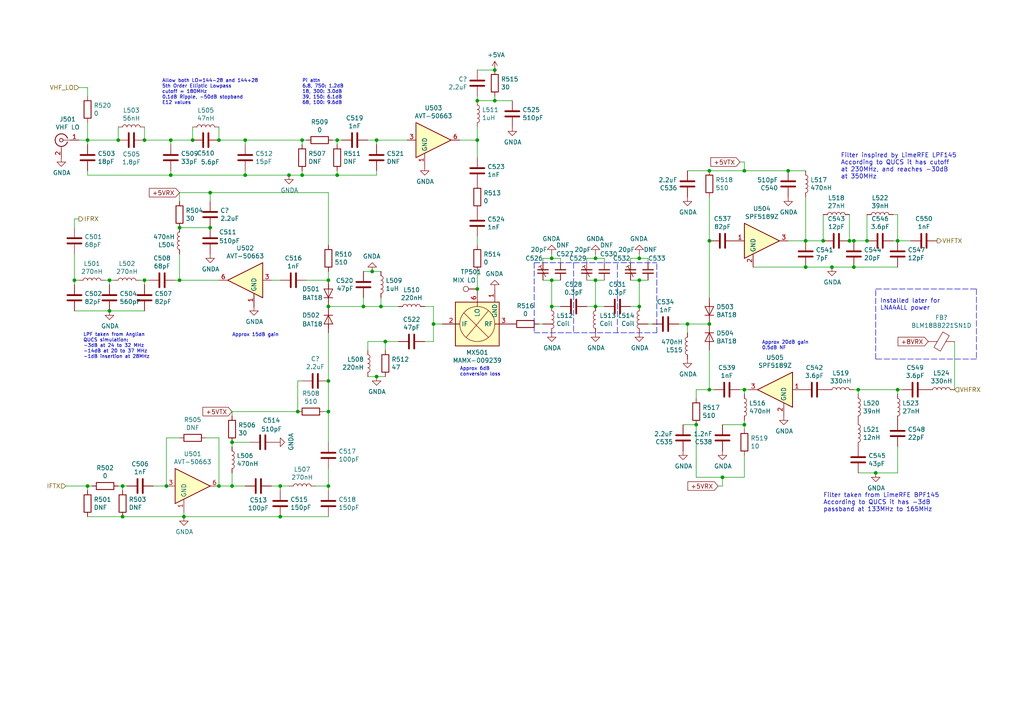
<source format=kicad_sch>
(kicad_sch (version 20211123) (generator eeschema)
  (paper "A4")
  (title_block (title "Picardy Anglian Mashup") (date "2020-03-18") (company "HB9EGM"))
  (junction (at 60.96 66.04))
  (junction (at 67.31 128.27))
  (junction (at 185.42 81.28))
  (junction (at 67.31 140.97))
  (junction (at 209.55 138.43))
  (junction (at 95.25 110.49))
  (junction (at 246.38 69.85))
  (junction (at 172.72 74.93))
  (junction (at 205.74 113.03))
  (junction (at 248.92 113.03))
  (junction (at 205.74 93.98))
  (junction (at 138.43 29.21))
  (junction (at 35.56 149.86))
  (junction (at 254 137.16))
  (junction (at 215.9 123.19))
  (junction (at 109.22 109.22))
  (junction (at 160.02 81.28))
  (junction (at 205.74 49.53))
  (junction (at 228.6 49.53))
  (junction (at 25.4 140.97))
  (junction (at 71.12 40.64))
  (junction (at 260.35 113.03))
  (junction (at 52.07 81.28))
  (junction (at 48.26 140.97))
  (junction (at 60.96 55.88))
  (junction (at 34.29 40.64))
  (junction (at 215.9 49.53))
  (junction (at 125.73 93.98))
  (junction (at 35.56 140.97))
  (junction (at 233.68 77.47))
  (junction (at 41.91 40.64))
  (junction (at 107.95 78.74))
  (junction (at 205.74 69.85))
  (junction (at 233.68 69.85))
  (junction (at 172.72 88.9))
  (junction (at 109.22 40.64))
  (junction (at 83.82 50.8))
  (junction (at 247.65 69.85))
  (junction (at 31.75 90.17))
  (junction (at 95.25 88.9))
  (junction (at 105.41 88.9))
  (junction (at 49.53 40.64))
  (junction (at 71.12 50.8))
  (junction (at 87.63 50.8))
  (junction (at 247.65 77.47))
  (junction (at 199.39 93.98))
  (junction (at 185.42 74.93))
  (junction (at 41.91 81.28))
  (junction (at 172.72 81.28))
  (junction (at 201.93 123.19))
  (junction (at 21.59 81.28))
  (junction (at 138.43 40.64))
  (junction (at 95.25 81.28))
  (junction (at 25.4 40.64))
  (junction (at 52.07 66.04))
  (junction (at 95.25 119.38))
  (junction (at 81.28 149.86))
  (junction (at 97.79 40.64))
  (junction (at 160.02 74.93))
  (junction (at 160.02 88.9))
  (junction (at 143.51 29.21))
  (junction (at 55.88 40.64))
  (junction (at 215.9 113.03))
  (junction (at 49.53 50.8))
  (junction (at 241.3 77.47))
  (junction (at 260.35 69.85))
  (junction (at 95.25 140.97))
  (junction (at 87.63 40.64))
  (junction (at 86.36 119.38))
  (junction (at 238.76 69.85))
  (junction (at 31.75 81.28))
  (junction (at 111.76 99.06))
  (junction (at 97.79 50.8))
  (junction (at 143.51 20.32))
  (junction (at 81.28 140.97))
  (junction (at 138.43 83.82))
  (junction (at 185.42 88.9))
  (junction (at 251.46 69.85))
  (junction (at 63.5 140.97))
  (junction (at 53.34 149.86))
  (junction (at 110.49 88.9))
  (junction (at 63.5 40.64))
  (wire (pts (xy 21.59 82.55) (xy 21.59 81.28)))
  (wire (pts (xy 41.91 81.28) (xy 43.18 81.28)))
  (wire (pts (xy 276.86 99.06) (xy 276.86 113.03)))
  (wire (pts (xy 198.12 123.19) (xy 201.93 123.19)))
  (wire (pts (xy 63.5 36.83) (xy 63.5 40.64)))
  (wire (pts (xy 233.68 69.85) (xy 238.76 69.85)))
  (wire (pts (xy 157.48 74.93) (xy 160.02 74.93)))
  (wire (pts (xy 95.25 55.88) (xy 95.25 71.12)))
  (wire (pts (xy 97.79 40.64) (xy 96.52 40.64)))
  (wire (pts (xy 238.76 69.85) (xy 238.76 62.23)))
  (polyline (pts (xy 190.5 96.52) (xy 190.5 76.2)))
  (wire (pts (xy 109.22 41.91) (xy 109.22 40.64)))
  (wire (pts (xy 201.93 123.19) (xy 201.93 138.43)))
  (wire (pts (xy 187.96 74.93) (xy 187.96 76.2)))
  (wire (pts (xy 25.4 140.97) (xy 19.05 140.97)))
  (wire (pts (xy 50.8 81.28) (xy 52.07 81.28)))
  (wire (pts (xy 182.88 74.93) (xy 185.42 74.93)))
  (wire (pts (xy 105.41 86.36) (xy 105.41 88.9)))
  (wire (pts (xy 175.26 74.93) (xy 175.26 76.2)))
  (wire (pts (xy 106.68 99.06) (xy 111.76 99.06)))
  (wire (pts (xy 260.35 113.03) (xy 248.92 113.03)))
  (wire (pts (xy 88.9 40.64) (xy 87.63 40.64)))
  (wire (pts (xy 185.42 73.66) (xy 185.42 74.93)))
  (wire (pts (xy 264.16 69.85) (xy 260.35 69.85)))
  (wire (pts (xy 67.31 128.27) (xy 72.39 128.27)))
  (wire (pts (xy 106.68 40.64) (xy 109.22 40.64)))
  (wire (pts (xy 110.49 88.9) (xy 115.57 88.9)))
  (wire (pts (xy 246.38 69.85) (xy 247.65 69.85)))
  (wire (pts (xy 215.9 123.19) (xy 215.9 121.92)))
  (wire (pts (xy 133.35 40.64) (xy 138.43 40.64)))
  (wire (pts (xy 97.79 49.53) (xy 97.79 50.8)))
  (wire (pts (xy 246.38 62.23) (xy 246.38 69.85)))
  (wire (pts (xy 160.02 73.66) (xy 160.02 74.93)))
  (wire (pts (xy 63.5 140.97) (xy 67.31 140.97)))
  (wire (pts (xy 201.93 113.03) (xy 205.74 113.03)))
  (wire (pts (xy 162.56 74.93) (xy 162.56 76.2)))
  (wire (pts (xy 209.55 138.43) (xy 215.9 138.43)))
  (wire (pts (xy 170.18 76.2) (xy 170.18 74.93)))
  (polyline (pts (xy 283.21 83.82) (xy 283.21 104.14)))
  (wire (pts (xy 97.79 41.91) (xy 97.79 40.64)))
  (wire (pts (xy 233.68 77.47) (xy 241.3 77.47)))
  (wire (pts (xy 71.12 50.8) (xy 49.53 50.8)))
  (wire (pts (xy 48.26 140.97) (xy 48.26 127)))
  (wire (pts (xy 78.74 81.28) (xy 81.28 81.28)))
  (wire (pts (xy 138.43 20.32) (xy 143.51 20.32)))
  (wire (pts (xy 67.31 119.38) (xy 67.31 120.65)))
  (wire (pts (xy 35.56 140.97) (xy 34.29 140.97)))
  (wire (pts (xy 109.22 40.64) (xy 118.11 40.64)))
  (wire (pts (xy 55.88 36.83) (xy 55.88 40.64)))
  (wire (pts (xy 109.22 50.8) (xy 109.22 49.53)))
  (wire (pts (xy 205.74 101.6) (xy 205.74 113.03)))
  (wire (pts (xy 87.63 110.49) (xy 86.36 110.49)))
  (wire (pts (xy 21.59 81.28) (xy 22.86 81.28)))
  (wire (pts (xy 215.9 138.43) (xy 215.9 132.08)))
  (wire (pts (xy 215.9 124.46) (xy 215.9 123.19)))
  (wire (pts (xy 59.69 127) (xy 63.5 127)))
  (polyline (pts (xy 166.37 76.2) (xy 166.37 96.52)))
  (wire (pts (xy 185.42 81.28) (xy 187.96 81.28)))
  (wire (pts (xy 248.92 113.03) (xy 247.65 113.03)))
  (wire (pts (xy 52.07 58.42) (xy 52.07 55.88)))
  (wire (pts (xy 81.28 140.97) (xy 83.82 140.97)))
  (wire (pts (xy 172.72 88.9) (xy 175.26 88.9)))
  (wire (pts (xy 205.74 57.15) (xy 205.74 69.85)))
  (wire (pts (xy 138.43 71.12) (xy 138.43 68.58)))
  (wire (pts (xy 87.63 50.8) (xy 87.63 49.53)))
  (wire (pts (xy 143.51 27.94) (xy 143.51 29.21)))
  (wire (pts (xy 35.56 149.86) (xy 25.4 149.86)))
  (wire (pts (xy 95.25 110.49) (xy 95.25 119.38)))
  (wire (pts (xy 60.96 55.88) (xy 95.25 55.88)))
  (wire (pts (xy 111.76 101.6) (xy 111.76 99.06)))
  (wire (pts (xy 83.82 50.8) (xy 71.12 50.8)))
  (wire (pts (xy 160.02 81.28) (xy 162.56 81.28)))
  (wire (pts (xy 49.53 50.8) (xy 25.4 50.8)))
  (wire (pts (xy 201.93 115.57) (xy 201.93 113.03)))
  (wire (pts (xy 55.88 40.64) (xy 49.53 40.64)))
  (wire (pts (xy 71.12 50.8) (xy 71.12 49.53)))
  (wire (pts (xy 52.07 55.88) (xy 60.96 55.88)))
  (wire (pts (xy 209.55 123.19) (xy 215.9 123.19)))
  (wire (pts (xy 208.28 140.97) (xy 209.55 140.97)))
  (wire (pts (xy 25.4 35.56) (xy 25.4 40.64)))
  (wire (pts (xy 49.53 50.8) (xy 49.53 49.53)))
  (wire (pts (xy 22.86 40.64) (xy 25.4 40.64)))
  (wire (pts (xy 170.18 81.28) (xy 172.72 81.28)))
  (wire (pts (xy 215.9 113.03) (xy 214.63 113.03)))
  (polyline (pts (xy 179.07 96.52) (xy 179.07 76.2)))
  (wire (pts (xy 260.35 114.3) (xy 260.35 113.03)))
  (wire (pts (xy 138.43 40.64) (xy 138.43 45.72)))
  (wire (pts (xy 95.25 81.28) (xy 95.25 78.74)))
  (wire (pts (xy 182.88 76.2) (xy 182.88 74.93)))
  (wire (pts (xy 36.83 140.97) (xy 35.56 140.97)))
  (wire (pts (xy 199.39 49.53) (xy 205.74 49.53)))
  (wire (pts (xy 49.53 40.64) (xy 41.91 40.64)))
  (wire (pts (xy 83.82 50.8) (xy 87.63 50.8)))
  (polyline (pts (xy 154.94 76.2) (xy 154.94 96.52)))
  (wire (pts (xy 160.02 88.9) (xy 162.56 88.9)))
  (wire (pts (xy 233.68 57.15) (xy 233.68 69.85)))
  (wire (pts (xy 81.28 142.24) (xy 81.28 140.97)))
  (wire (pts (xy 215.9 49.53) (xy 228.6 49.53)))
  (wire (pts (xy 93.98 119.38) (xy 95.25 119.38)))
  (wire (pts (xy 87.63 40.64) (xy 87.63 41.91)))
  (wire (pts (xy 86.36 119.38) (xy 67.31 119.38)))
  (wire (pts (xy 228.6 49.53) (xy 233.68 49.53)))
  (wire (pts (xy 97.79 50.8) (xy 109.22 50.8)))
  (wire (pts (xy 22.86 25.4) (xy 25.4 25.4)))
  (wire (pts (xy 111.76 99.06) (xy 115.57 99.06)))
  (wire (pts (xy 35.56 149.86) (xy 53.34 149.86)))
  (wire (pts (xy 205.74 86.36) (xy 205.74 69.85)))
  (wire (pts (xy 52.07 81.28) (xy 63.5 81.28)))
  (wire (pts (xy 214.63 46.99) (xy 215.9 46.99)))
  (wire (pts (xy 172.72 81.28) (xy 175.26 81.28)))
  (wire (pts (xy 199.39 93.98) (xy 205.74 93.98)))
  (wire (pts (xy 199.39 96.52) (xy 199.39 93.98)))
  (wire (pts (xy 67.31 140.97) (xy 67.31 137.16)))
  (wire (pts (xy 91.44 140.97) (xy 95.25 140.97)))
  (wire (pts (xy 138.43 36.83) (xy 138.43 40.64)))
  (wire (pts (xy 41.91 81.28) (xy 40.64 81.28)))
  (wire (pts (xy 259.08 69.85) (xy 260.35 69.85)))
  (polyline (pts (xy 254 104.14) (xy 254 83.82)))
  (wire (pts (xy 95.25 96.52) (xy 95.25 110.49)))
  (wire (pts (xy 41.91 82.55) (xy 41.91 81.28)))
  (wire (pts (xy 125.73 93.98) (xy 128.27 93.98)))
  (wire (pts (xy 125.73 88.9) (xy 125.73 93.98)))
  (polyline (pts (xy 254 83.82) (xy 283.21 83.82)))
  (wire (pts (xy 247.65 69.85) (xy 251.46 69.85)))
  (wire (pts (xy 25.4 50.8) (xy 25.4 49.53)))
  (wire (pts (xy 254 137.16) (xy 260.35 137.16)))
  (wire (pts (xy 209.55 140.97) (xy 209.55 138.43)))
  (wire (pts (xy 247.65 77.47) (xy 260.35 77.47)))
  (polyline (pts (xy 283.21 104.14) (xy 254 104.14)))
  (wire (pts (xy 185.42 88.9) (xy 185.42 81.28)))
  (wire (pts (xy 81.28 140.97) (xy 78.74 140.97)))
  (wire (pts (xy 30.48 81.28) (xy 31.75 81.28)))
  (wire (pts (xy 53.34 149.86) (xy 81.28 149.86)))
  (wire (pts (xy 35.56 142.24) (xy 35.56 140.97)))
  (wire (pts (xy 157.48 81.28) (xy 160.02 81.28)))
  (wire (pts (xy 86.36 110.49) (xy 86.36 119.38)))
  (wire (pts (xy 143.51 29.21) (xy 148.59 29.21)))
  (wire (pts (xy 87.63 50.8) (xy 97.79 50.8)))
  (wire (pts (xy 21.59 73.66) (xy 21.59 81.28)))
  (wire (pts (xy 260.35 113.03) (xy 261.62 113.03)))
  (wire (pts (xy 25.4 25.4) (xy 25.4 27.94)))
  (wire (pts (xy 21.59 90.17) (xy 31.75 90.17)))
  (wire (pts (xy 215.9 46.99) (xy 215.9 49.53)))
  (wire (pts (xy 26.67 140.97) (xy 25.4 140.97)))
  (wire (pts (xy 172.72 88.9) (xy 172.72 81.28)))
  (wire (pts (xy 205.74 113.03) (xy 207.01 113.03)))
  (wire (pts (xy 63.5 127) (xy 63.5 140.97)))
  (wire (pts (xy 259.08 62.23) (xy 260.35 62.23)))
  (wire (pts (xy 34.29 36.83) (xy 34.29 40.64)))
  (wire (pts (xy 95.25 142.24) (xy 95.25 140.97)))
  (wire (pts (xy 87.63 40.64) (xy 71.12 40.64)))
  (polyline (pts (xy 154.94 76.2) (xy 190.5 76.2)))
  (wire (pts (xy 110.49 86.36) (xy 110.49 88.9)))
  (wire (pts (xy 215.9 113.03) (xy 217.17 113.03)))
  (wire (pts (xy 248.92 113.03) (xy 248.92 114.3)))
  (wire (pts (xy 31.75 81.28) (xy 33.02 81.28)))
  (wire (pts (xy 170.18 74.93) (xy 172.72 74.93)))
  (wire (pts (xy 260.35 137.16) (xy 260.35 129.54)))
  (wire (pts (xy 172.72 74.93) (xy 175.26 74.93)))
  (wire (pts (xy 196.85 93.98) (xy 199.39 93.98)))
  (wire (pts (xy 21.59 63.5) (xy 21.59 66.04)))
  (wire (pts (xy 185.42 74.93) (xy 187.96 74.93)))
  (wire (pts (xy 241.3 77.47) (xy 247.65 77.47)))
  (wire (pts (xy 170.18 88.9) (xy 172.72 88.9)))
  (wire (pts (xy 21.59 63.5) (xy 22.86 63.5)))
  (wire (pts (xy 205.74 49.53) (xy 215.9 49.53)))
  (wire (pts (xy 248.92 137.16) (xy 254 137.16)))
  (wire (pts (xy 95.25 88.9) (xy 105.41 88.9)))
  (wire (pts (xy 44.45 140.97) (xy 48.26 140.97)))
  (wire (pts (xy 25.4 41.91) (xy 25.4 40.64)))
  (wire (pts (xy 123.19 99.06) (xy 125.73 99.06)))
  (wire (pts (xy 71.12 40.64) (xy 63.5 40.64)))
  (wire (pts (xy 107.95 78.74) (xy 110.49 78.74)))
  (wire (pts (xy 99.06 40.64) (xy 97.79 40.64)))
  (wire (pts (xy 106.68 101.6) (xy 106.68 99.06)))
  (wire (pts (xy 138.43 27.94) (xy 138.43 29.21)))
  (wire (pts (xy 95.25 119.38) (xy 95.25 128.27)))
  (wire (pts (xy 156.21 93.98) (xy 157.48 93.98)))
  (wire (pts (xy 41.91 36.83) (xy 41.91 40.64)))
  (wire (pts (xy 160.02 81.28) (xy 160.02 88.9)))
  (wire (pts (xy 49.53 41.91) (xy 49.53 40.64)))
  (wire (pts (xy 34.29 40.64) (xy 25.4 40.64)))
  (wire (pts (xy 189.23 93.98) (xy 187.96 93.98)))
  (wire (pts (xy 218.44 77.47) (xy 233.68 77.47)))
  (wire (pts (xy 251.46 69.85) (xy 251.46 62.23)))
  (wire (pts (xy 52.07 66.04) (xy 60.96 66.04)))
  (wire (pts (xy 67.31 140.97) (xy 71.12 140.97)))
  (wire (pts (xy 160.02 74.93) (xy 162.56 74.93)))
  (wire (pts (xy 105.41 78.74) (xy 107.95 78.74)))
  (wire (pts (xy 60.96 55.88) (xy 60.96 58.42)))
  (wire (pts (xy 67.31 129.54) (xy 67.31 128.27)))
  (wire (pts (xy 157.48 76.2) (xy 157.48 74.93)))
  (wire (pts (xy 172.72 73.66) (xy 172.72 74.93)))
  (wire (pts (xy 182.88 88.9) (xy 185.42 88.9)))
  (wire (pts (xy 81.28 149.86) (xy 95.25 149.86)))
  (wire (pts (xy 95.25 135.89) (xy 95.25 140.97)))
  (wire (pts (xy 53.34 149.86) (xy 53.34 148.59)))
  (wire (pts (xy 182.88 81.28) (xy 185.42 81.28)))
  (wire (pts (xy 31.75 90.17) (xy 41.91 90.17)))
  (wire (pts (xy 233.68 69.85) (xy 228.6 69.85)))
  (wire (pts (xy 105.41 88.9) (xy 110.49 88.9)))
  (wire (pts (xy 125.73 99.06) (xy 125.73 93.98)))
  (wire (pts (xy 48.26 127) (xy 52.07 127)))
  (wire (pts (xy 109.22 109.22) (xy 111.76 109.22)))
  (wire (pts (xy 215.9 114.3) (xy 215.9 113.03)))
  (wire (pts (xy 52.07 73.66) (xy 52.07 81.28)))
  (wire (pts (xy 123.19 88.9) (xy 125.73 88.9)))
  (wire (pts (xy 138.43 78.74) (xy 138.43 83.82)))
  (wire (pts (xy 260.35 69.85) (xy 260.35 62.23)))
  (wire (pts (xy 138.43 29.21) (xy 143.51 29.21)))
  (wire (pts (xy 106.68 109.22) (xy 109.22 109.22)))
  (wire (pts (xy 31.75 82.55) (xy 31.75 81.28)))
  (wire (pts (xy 71.12 41.91) (xy 71.12 40.64)))
  (wire (pts (xy 25.4 140.97) (xy 25.4 142.24)))
  (wire (pts (xy 88.9 81.28) (xy 95.25 81.28)))
  (polyline (pts (xy 154.94 96.52) (xy 190.5 96.52)))
  (wire (pts (xy 201.93 138.43) (xy 209.55 138.43)))
  (text "Pi attn\n6.8, 750: 1.2dB\n18, 300: 3.0dB\n39, 150: 6.1dB\n68, 100: 9.6dB" (at 87.63 30.48 0) (effects (font (size 0.9906 0.9906)) (justify left bottom)))
  (text "Allow both LO=144-28 and 144+28\n5th Order Elliptic Lowpass\ncutoff = 180MHz\n0.1dB Ripple, -50dB stopband\nE12 values" (at 46.99 30.48 0) (effects (font (size 0.9906 0.9906)) (justify left bottom)))
  (text "LPF taken from Anglian\nQUCS simulation:\n-3dB at 24 to 32 MHz\n-14dB at 20 to 37 MHz\n-1dB insertion at 28MHz" (at 24.13 104.14 0) (effects (font (size 0.9906 0.9906)) (justify left bottom)))
  (text "Filter taken from LimeRFE BPF145\nAccording to QUCS it has -3dB\npassband at 133MHz to 165MHz" (at 238.76 148.59 0) (effects (font (size 1.27 1.27)) (justify left bottom)))
  (text "Approx 6dB\nconversion loss" (at 133.35 109.22 0) (effects (font (size 0.9906 0.9906)) (justify left bottom)))
  (text "Approx 20dB gain\n0.5dB NF" (at 220.98 101.6 0) (effects (font (size 0.9906 0.9906)) (justify left bottom)))
  (text "Approx 15dB gain" (at 67.31 97.79 0) (effects (font (size 0.9906 0.9906)) (justify left bottom)))
  (text "Installed later for\nLNA4ALL power" (at 255.27 90.17 0) (effects (font (size 1.27 1.27)) (justify left bottom)))
  (text "Filter inspired by LimeRFE LPF145\nAccording to QUCS it has cutoff\nat 230MHz, and reaches -30dB\nat 350MHz" (at 243.84 52.07 0) (effects (font (size 1.27 1.27)) (justify left bottom)))
  (global_label "+5VRX" (shape input) (at 52.07 55.88 180) (property "Intersheet References" "${INTERSHEET_REFS}" (effects hide)))
  (global_label "+8VRX" (shape input) (at 269.24 99.06 180) (property "Intersheet References" "${INTERSHEET_REFS}" (effects hide)))
  (global_label "+5VTX" (shape input) (at 67.31 119.38 180) (property "Intersheet References" "${INTERSHEET_REFS}" (effects hide)))
  (global_label "+5VTX" (shape input) (at 214.63 46.99 180) (property "Intersheet References" "${INTERSHEET_REFS}" (effects hide)))
  (global_label "+5VRX" (shape input) (at 208.28 140.97 180) (property "Intersheet References" "${INTERSHEET_REFS}" (effects hide)))
  (hierarchical_label "IFTX" (shape input) (at 19.05 140.97 180))
  (hierarchical_label "VHFRX" (shape input) (at 276.86 113.03 0))
  (hierarchical_label "VHF_LO" (shape input) (at 22.86 25.4 180))
  (hierarchical_label "VHFTX" (shape output) (at 271.78 69.85 0))
  (hierarchical_label "IFRX" (shape output) (at 22.86 63.5 0))
  (symbol (lib_id "RF:ADE-6") (at 138.43 93.98 180) (unit 1)
    (property "Reference" "MX501" (at 138.43 102.235 0))
    (property "Value" "MAMX-009239" (at 138.43 104.5464 0))
    (property "Footprint" "RF_Mini-Circuits:Mini-Circuits_CD542_LandPatternPL-052" (effects hide))
    (property "Datasheet" "www.minicircuits.com/pdfs/ADE-6.pdf" (effects hide))
    (property "MPN" "MAMX-009239" (effects hide))
    (property "Need_order" "1" (effects hide))
  )
  (symbol (lib_id "power:GNDA") (at 143.51 83.82 180) (unit 1)
    (property "Reference" "#PWR0511" (effects hide))
    (property "Value" "GNDA" (at 143.383 79.4258 0))
  )
  (symbol (lib_id "Device:R") (at 138.43 74.93 0) (unit 1)
    (property "Reference" "R514" (at 140.208 73.7616 0) (effects (justify left)))
    (property "Value" "0" (at 140.208 76.073 0) (effects (justify left)))
    (property "Footprint" "Resistor_SMD:R_0603_1608Metric_Pad1.05x0.95mm_HandSolder" (effects hide))
    (property "Need_order" "0" (effects hide))
  )
  (symbol (lib_id "Device:C") (at 138.43 64.77 0) (unit 1)
    (property "Reference" "C524" (at 141.351 63.6016 0) (effects (justify left)))
    (property "Value" "1nF" (at 141.351 65.913 0) (effects (justify left)))
    (property "Footprint" "Capacitor_SMD:C_0805_2012Metric" (effects hide))
    (property "MPN" "VJ0805A102GXXPW1BC" (effects hide))
    (property "Need_order" "1" (effects hide))
  )
  (symbol (lib_id "Connector:TestPoint") (at 138.43 83.82 90) (unit 1)
    (property "Reference" "TP501" (at 136.6012 78.867 90))
    (property "Value" "MIX LO" (at 134.62 81.28 90))
    (property "Footprint" "TestPoint:TestPoint_Pad_D1.5mm" (effects hide))
    (property "Need_order" "0" (effects hide))
  )
  (symbol (lib_id "Device:C") (at 138.43 49.53 0) (unit 1)
    (property "Reference" "C523" (at 141.351 48.3616 0) (effects (justify left)))
    (property "Value" "1nF" (at 141.351 50.673 0) (effects (justify left)))
    (property "Footprint" "Capacitor_SMD:C_0805_2012Metric" (effects hide))
    (property "MPN" "VJ0805A102GXXPW1BC" (effects hide))
    (property "Need_order" "1" (effects hide))
  )
  (symbol (lib_id "Device:R") (at 138.43 57.15 0) (unit 1)
    (property "Reference" "R513" (at 140.208 55.9816 0) (effects (justify left)))
    (property "Value" "0" (at 140.208 58.293 0) (effects (justify left)))
    (property "Footprint" "Resistor_SMD:R_0603_1608Metric_Pad1.05x0.95mm_HandSolder" (effects hide))
    (property "Need_order" "0" (effects hide))
  )
  (symbol (lib_id "Device:L") (at 138.43 33.02 0) (unit 1)
    (property "Reference" "L511" (at 139.7762 31.8516 0) (effects (justify left)))
    (property "Value" "1uH" (at 139.7762 34.163 0) (effects (justify left)))
    (property "Footprint" "Inductor_SMD:L_1008_2520Metric" (effects hide))
    (property "MPN" "LQW2UAS1R0F0CL" (effects hide))
    (property "Need_order" "0" (effects hide))
  )
  (symbol (lib_id "Device:C") (at 148.59 33.02 0) (unit 1)
    (property "Reference" "C525" (at 151.511 31.8516 0) (effects (justify left)))
    (property "Value" "510pF" (at 151.511 34.163 0) (effects (justify left)))
    (property "Footprint" "Capacitor_SMD:C_0805_2012Metric" (effects hide))
    (property "MPN" "GRM2165C2A511JA01D" (effects hide))
    (property "Need_order" "0" (effects hide))
    (property "OriginalValue" "1nF" (effects hide))
  )
  (symbol (lib_id "power:GNDA") (at 148.59 36.83 0) (unit 1)
    (property "Reference" "#PWR0512" (effects hide))
    (property "Value" "GNDA" (at 148.717 41.2242 0))
  )
  (symbol (lib_id "power:GNDA") (at 123.19 48.26 0) (unit 1)
    (property "Reference" "#PWR0509" (effects hide))
    (property "Value" "GNDA" (at 123.317 52.6542 0))
  )
  (symbol (lib_id "power:+5VA") (at 143.51 20.32 0) (unit 1)
    (property "Reference" "#PWR0510" (effects hide))
    (property "Value" "+5VA" (at 143.891 15.9258 0))
  )
  (symbol (lib_id "Device:C") (at 109.22 45.72 0) (unit 1)
    (property "Reference" "C521" (at 112.141 44.5516 0) (effects (justify left)))
    (property "Value" "DNF" (at 112.141 46.863 0) (effects (justify left)))
    (property "Footprint" "Capacitor_SMD:C_0805_2012Metric" (effects hide))
    (property "Need_order" "0" (effects hide))
  )
  (symbol (lib_id "Device:C") (at 102.87 40.64 270) (unit 1)
    (property "Reference" "C519" (at 102.87 34.2392 90))
    (property "Value" "1nF" (at 102.87 36.5506 90))
    (property "Footprint" "Capacitor_SMD:C_0805_2012Metric" (effects hide))
    (property "MPN" "VJ0805A102GXXPW1BC" (effects hide))
    (property "Need_order" "1" (effects hide))
  )
  (symbol (lib_id "Device:R") (at 97.79 45.72 0) (unit 1)
    (property "Reference" "R511" (at 99.568 44.5516 0) (effects (justify left)))
    (property "Value" "DNF" (at 99.568 46.863 0) (effects (justify left)))
    (property "Footprint" "Resistor_SMD:R_0603_1608Metric_Pad1.05x0.95mm_HandSolder" (effects hide))
    (property "Need_order" "0" (effects hide))
  )
  (symbol (lib_id "Device:R") (at 87.63 45.72 0) (unit 1)
    (property "Reference" "R507" (at 89.408 44.5516 0) (effects (justify left)))
    (property "Value" "DNF" (at 89.408 46.863 0) (effects (justify left)))
    (property "Footprint" "Resistor_SMD:R_0603_1608Metric_Pad1.05x0.95mm_HandSolder" (effects hide))
    (property "Need_order" "0" (effects hide))
  )
  (symbol (lib_id "Device:R") (at 92.71 40.64 270) (unit 1)
    (property "Reference" "R509" (at 92.71 35.3822 90))
    (property "Value" "0" (at 92.71 37.6936 90))
    (property "Footprint" "Resistor_SMD:R_0603_1608Metric_Pad1.05x0.95mm_HandSolder" (effects hide))
    (property "Need_order" "0" (effects hide))
  )
  (symbol (lib_id "Device:L") (at 59.69 36.83 90) (unit 1)
    (property "Reference" "L505" (at 59.69 32.004 90))
    (property "Value" "47nH" (at 59.69 34.3154 90))
    (property "Footprint" "Inductor_SMD:L_1206_3216Metric_Pad1.42x1.75mm_HandSolder" (effects hide))
    (property "MPN" "LQW31HN47NJ03L" (effects hide))
    (property "Need_order" "0" (effects hide))
    (property "OriginalValue" "LQW2BAS47NG00L" (effects hide))
  )
  (symbol (lib_id "Device:L") (at 38.1 36.83 90) (unit 1)
    (property "Reference" "L503" (at 38.1 32.004 90))
    (property "Value" "56nH" (at 38.1 34.3154 90))
    (property "Footprint" "Inductor_SMD:L_0805_2012Metric_Pad1.15x1.40mm_HandSolder" (effects hide))
    (property "MPN" "LQW2BAS56NG00L" (effects hide))
    (property "Need_order" "1" (effects hide))
  )
  (symbol (lib_id "Device:C") (at 71.12 45.72 0) (unit 1)
    (property "Reference" "C512" (at 74.041 44.5516 0) (effects (justify left)))
    (property "Value" "15pF" (at 74.041 46.863 0) (effects (justify left)))
    (property "Footprint" "Capacitor_SMD:C_0603_1608Metric_Pad1.05x0.95mm_HandSolder" (effects hide))
    (property "MPN" "CBR" (effects hide))
    (property "Need_order" "0" (effects hide))
  )
  (symbol (lib_id "Device:C") (at 49.53 45.72 0) (unit 1)
    (property "Reference" "C509" (at 52.451 44.5516 0) (effects (justify left)))
    (property "Value" "33pF" (at 52.451 46.863 0) (effects (justify left)))
    (property "Footprint" "Capacitor_SMD:C_0603_1608Metric_Pad1.05x0.95mm_HandSolder" (effects hide))
    (property "MPN" "CBR" (effects hide))
    (property "Need_order" "0" (effects hide))
  )
  (symbol (lib_id "Device:C") (at 25.4 45.72 0) (unit 1)
    (property "Reference" "C503" (at 28.321 44.5516 0) (effects (justify left)))
    (property "Value" "18pF" (at 28.321 46.863 0) (effects (justify left)))
    (property "Footprint" "Capacitor_SMD:C_0603_1608Metric_Pad1.05x0.95mm_HandSolder" (effects hide))
    (property "MPN" "CBR" (effects hide))
    (property "Need_order" "0" (effects hide))
  )
  (symbol (lib_id "power:GNDA") (at 83.82 50.8 0) (unit 1)
    (property "Reference" "#PWR0506" (effects hide))
    (property "Value" "GNDA" (at 83.947 55.1942 0))
  )
  (symbol (lib_id "Device:C") (at 119.38 99.06 90) (unit 1)
    (property "Reference" "C522" (at 119.38 92.6592 90))
    (property "Value" "47pF" (at 119.38 94.9706 90))
    (property "Footprint" "Capacitor_SMD:C_0603_1608Metric_Pad1.05x0.95mm_HandSolder" (effects hide))
    (property "MPN" "CBR" (effects hide))
    (property "Need_order" "0" (effects hide))
  )
  (symbol (lib_id "Device:R") (at 111.76 105.41 0) (unit 1)
    (property "Reference" "R512" (at 113.538 104.2416 0) (effects (justify left)))
    (property "Value" "47" (at 113.538 106.553 0) (effects (justify left)))
    (property "Footprint" "Resistor_SMD:R_0603_1608Metric_Pad1.05x0.95mm_HandSolder" (effects hide))
    (property "Need_order" "0" (effects hide))
  )
  (symbol (lib_id "Device:L") (at 106.68 105.41 0) (unit 1)
    (property "Reference" "L508" (at 105.5624 104.2416 0) (effects (justify right)))
    (property "Value" "220nH" (at 105.5624 106.553 0) (effects (justify right)))
    (property "Footprint" "Inductor_SMD:L_0805_2012Metric_Pad1.15x1.40mm_HandSolder" (effects hide))
    (property "MPN" "LQW2BASR22J00L" (effects hide))
    (property "Need_order" "1" (effects hide))
  )
  (symbol (lib_id "power:GNDA") (at 109.22 109.22 0) (unit 1)
    (property "Reference" "#PWR0508" (effects hide))
    (property "Value" "GNDA" (at 109.347 113.6142 0))
  )
  (symbol (lib_id "Device:L") (at 119.38 88.9 90) (unit 1)
    (property "Reference" "L510" (at 119.38 84.074 90))
    (property "Value" "220nH" (at 119.38 86.3854 90))
    (property "Footprint" "Inductor_SMD:L_0805_2012Metric_Pad1.15x1.40mm_HandSolder" (effects hide))
    (property "MPN" "LQW2BASR22J00L" (effects hide))
    (property "Need_order" "1" (effects hide))
  )
  (symbol (lib_id "Device:L") (at 110.49 82.55 0) (unit 1)
    (property "Reference" "L509" (at 111.8362 81.3816 0) (effects (justify left)))
    (property "Value" "1uH" (at 111.8362 83.693 0) (effects (justify left)))
    (property "Footprint" "Inductor_SMD:L_1008_2520Metric" (effects hide))
    (property "MPN" "LQW2UAS1R0F0CL" (effects hide))
    (property "Need_order" "0" (effects hide))
  )
  (symbol (lib_id "Device:C") (at 105.41 82.55 180) (unit 1)
    (property "Reference" "C520" (at 102.5144 81.3816 0) (effects (justify left)))
    (property "Value" "47pF" (at 102.5144 83.693 0) (effects (justify left)))
    (property "Footprint" "Capacitor_SMD:C_0603_1608Metric_Pad1.05x0.95mm_HandSolder" (effects hide))
    (property "MPN" "CBR" (effects hide))
    (property "Need_order" "0" (effects hide))
  )
  (symbol (lib_id "power:GNDA") (at 107.95 78.74 180) (unit 1)
    (property "Reference" "#PWR0507" (effects hide))
    (property "Value" "GNDA" (at 107.823 74.3458 0))
  )
  (symbol (lib_id "Device:C") (at 85.09 81.28 90) (unit 1)
    (property "Reference" "C516" (at 85.09 74.8792 90))
    (property "Value" "1nF" (at 85.09 77.1906 90))
    (property "Footprint" "Capacitor_SMD:C_0805_2012Metric" (effects hide))
    (property "MPN" "VJ0805A102GXXPW1BC" (effects hide))
    (property "Need_order" "1" (effects hide))
  )
  (symbol (lib_id "Device:L") (at 52.07 69.85 180) (unit 1)
    (property "Reference" "L504" (at 50.7238 71.0184 0) (effects (justify left)))
    (property "Value" "470nH" (at 50.7238 68.707 0) (effects (justify left)))
    (property "Footprint" "Inductor_SMD:L_1008_2520Metric" (effects hide))
    (property "MPN" "LQW2UASR47F00L" (effects hide))
    (property "Need_order" "1" (effects hide))
  )
  (symbol (lib_id "Device:C") (at 60.96 69.85 0) (unit 1)
    (property "Reference" "C511" (at 63.5 67.31 0) (effects (justify left)))
    (property "Value" "510pF" (at 63.5 69.85 0) (effects (justify left)))
    (property "Footprint" "Capacitor_SMD:C_0805_2012Metric" (effects hide))
    (property "MPN" "GRM2165C2A511JA01D" (effects hide))
    (property "Need_order" "0" (effects hide))
    (property "OriginalValue" "1nF" (effects hide))
  )
  (symbol (lib_id "power:GNDA") (at 73.66 88.9 0) (unit 1)
    (property "Reference" "#PWR0504" (effects hide))
    (property "Value" "GNDA" (at 73.787 93.2942 0))
  )
  (symbol (lib_id "power:GNDA") (at 60.96 73.66 0) (unit 1)
    (property "Reference" "#PWR0503" (effects hide))
    (property "Value" "GNDA" (at 61.087 78.0542 0))
  )
  (symbol (lib_id "Device:C") (at 38.1 40.64 270) (unit 1)
    (property "Reference" "C505" (at 38.1 44.704 90))
    (property "Value" "1.8pF" (at 38.1 47.0154 90))
    (property "Footprint" "Capacitor_SMD:C_0603_1608Metric_Pad1.05x0.95mm_HandSolder" (effects hide))
    (property "MPN" "CBR" (effects hide))
    (property "Need_order" "0" (effects hide))
  )
  (symbol (lib_id "Device:L") (at 36.83 81.28 90) (unit 1)
    (property "Reference" "L502" (at 36.83 76.454 90))
    (property "Value" "270nH" (at 36.83 78.7654 90))
    (property "Footprint" "Inductor_SMD:L_0805_2012Metric_Pad1.15x1.40mm_HandSolder" (effects hide))
    (property "MPN" "LQW2BASR27G00L" (effects hide))
    (property "Need_order" "1" (effects hide))
  )
  (symbol (lib_id "Device:C") (at 59.69 40.64 270) (unit 1)
    (property "Reference" "C510" (at 59.69 44.45 90))
    (property "Value" "5.6pF" (at 60.96 46.99 90))
    (property "Footprint" "Capacitor_SMD:C_0603_1608Metric_Pad1.05x0.95mm_HandSolder" (effects hide))
    (property "MPN" "CBR" (effects hide))
    (property "Need_order" "0" (effects hide))
  )
  (symbol (lib_id "Device:C") (at 41.91 86.36 0) (unit 1)
    (property "Reference" "C507" (at 44.831 85.1916 0) (effects (justify left)))
    (property "Value" "82pF" (at 44.831 87.503 0) (effects (justify left)))
    (property "Footprint" "Capacitor_SMD:C_0805_2012Metric" (effects hide))
    (property "MPN" "VJ0805A820GXACBC" (effects hide))
    (property "Need_order" "1" (effects hide))
  )
  (symbol (lib_id "Device:C") (at 46.99 81.28 270) (unit 1)
    (property "Reference" "C508" (at 46.99 74.8792 90))
    (property "Value" "68pF" (at 46.99 77.1906 90))
    (property "Footprint" "Capacitor_SMD:C_0805_2012Metric" (effects hide))
    (property "MPN" "VJ0805A680GXAPBC" (effects hide))
    (property "Need_order" "1" (effects hide))
  )
  (symbol (lib_id "Device:L") (at 26.67 81.28 90) (unit 1)
    (property "Reference" "L501" (at 26.67 76.454 90))
    (property "Value" "270nH" (at 26.67 78.7654 90))
    (property "Footprint" "Inductor_SMD:L_0805_2012Metric_Pad1.15x1.40mm_HandSolder" (effects hide))
    (property "MPN" "LQW2BASR27G00L" (effects hide))
    (property "Need_order" "1" (effects hide))
  )
  (symbol (lib_id "Device:C") (at 21.59 86.36 0) (unit 1)
    (property "Reference" "C502" (at 24.511 85.1916 0) (effects (justify left)))
    (property "Value" "82pF" (at 24.511 87.503 0) (effects (justify left)))
    (property "Footprint" "Capacitor_SMD:C_0805_2012Metric" (effects hide))
    (property "MPN" "VJ0805A820GXACBC" (effects hide))
    (property "Need_order" "1" (effects hide))
  )
  (symbol (lib_id "Device:C") (at 31.75 86.36 0) (unit 1)
    (property "Reference" "C504" (at 34.671 85.1916 0) (effects (justify left)))
    (property "Value" "560pF" (at 34.671 87.503 0) (effects (justify left)))
    (property "Footprint" "Capacitor_SMD:C_0805_2012Metric" (effects hide))
    (property "MPN" "CC805GRNPO9BN561" (effects hide))
    (property "Need_order" "1" (effects hide))
  )
  (symbol (lib_id "Device:C") (at 21.59 69.85 180) (unit 1)
    (property "Reference" "C501" (at 24.511 68.6816 0) (effects (justify right)))
    (property "Value" "68pF" (at 24.511 70.993 0) (effects (justify right)))
    (property "Footprint" "Capacitor_SMD:C_0805_2012Metric" (effects hide))
    (property "MPN" "VJ0805A680GXAPBC" (effects hide))
    (property "Need_order" "1" (effects hide))
  )
  (symbol (lib_id "Device:R") (at 95.25 74.93 0) (unit 1)
    (property "Reference" "R510" (at 97.028 73.7616 0) (effects (justify left)))
    (property "Value" "510" (at 97.028 76.073 0) (effects (justify left)))
    (property "Footprint" "Resistor_SMD:R_0603_1608Metric_Pad1.05x0.95mm_HandSolder" (effects hide))
    (property "Need_order" "0" (effects hide))
  )
  (symbol (lib_id "power:GNDA") (at 31.75 90.17 0) (unit 1)
    (property "Reference" "#PWR0501" (effects hide))
    (property "Value" "GNDA" (at 31.877 94.5642 0))
  )
  (symbol (lib_id "Device:C") (at 40.64 140.97 270) (unit 1)
    (property "Reference" "C506" (at 40.64 134.5692 90))
    (property "Value" "1nF" (at 40.64 136.8806 90))
    (property "Footprint" "Capacitor_SMD:C_0805_2012Metric" (effects hide))
    (property "MPN" "VJ0805A102GXXPW1BC" (effects hide))
    (property "Need_order" "1" (effects hide))
  )
  (symbol (lib_id "Device:R") (at 35.56 146.05 0) (unit 1)
    (property "Reference" "R503" (at 37.338 144.8816 0) (effects (justify left)))
    (property "Value" "DNF" (at 37.338 147.193 0) (effects (justify left)))
    (property "Footprint" "Resistor_SMD:R_0603_1608Metric_Pad1.05x0.95mm_HandSolder" (effects hide))
    (property "Need_order" "0" (effects hide))
  )
  (symbol (lib_id "Device:R") (at 25.4 146.05 0) (unit 1)
    (property "Reference" "R501" (at 27.178 144.8816 0) (effects (justify left)))
    (property "Value" "DNF" (at 27.178 147.193 0) (effects (justify left)))
    (property "Footprint" "Resistor_SMD:R_0603_1608Metric_Pad1.05x0.95mm_HandSolder" (effects hide))
    (property "Need_order" "0" (effects hide))
  )
  (symbol (lib_id "Device:R") (at 30.48 140.97 270) (unit 1)
    (property "Reference" "R502" (at 30.48 135.7122 90))
    (property "Value" "0" (at 30.48 138.0236 90))
    (property "Footprint" "Resistor_SMD:R_0603_1608Metric_Pad1.05x0.95mm_HandSolder" (effects hide))
    (property "Need_order" "0" (effects hide))
  )
  (symbol (lib_id "power:GNDA") (at 53.34 149.86 0) (unit 1)
    (property "Reference" "#PWR0502" (effects hide))
    (property "Value" "GNDA" (at 53.467 154.2542 0))
  )
  (symbol (lib_id "Device:R") (at 55.88 127 270) (unit 1)
    (property "Reference" "R505" (at 55.88 121.7422 90))
    (property "Value" "DNF" (at 55.88 124.0536 90))
    (property "Footprint" "Resistor_SMD:R_0603_1608Metric_Pad1.05x0.95mm_HandSolder" (effects hide))
    (property "Need_order" "0" (effects hide))
  )
  (symbol (lib_id "Device:L") (at 67.31 133.35 0) (unit 1)
    (property "Reference" "L506" (at 68.6308 132.1816 0) (effects (justify left)))
    (property "Value" "470nH" (at 68.6308 134.493 0) (effects (justify left)))
    (property "Footprint" "Inductor_SMD:L_1008_2520Metric" (effects hide))
    (property "MPN" "LQW2UASR47F00L" (effects hide))
    (property "Need_order" "1" (effects hide))
  )
  (symbol (lib_id "Device:R") (at 67.31 124.46 180) (unit 1)
    (property "Reference" "R506" (at 69.088 123.2916 0) (effects (justify right)))
    (property "Value" "30" (at 69.088 125.603 0) (effects (justify right)))
    (property "Footprint" "Resistor_SMD:R_0603_1608Metric_Pad1.05x0.95mm_HandSolder" (effects hide))
    (property "Need_order" "0" (effects hide))
  )
  (symbol (lib_id "Device:C") (at 74.93 140.97 270) (unit 1)
    (property "Reference" "C513" (at 74.93 145.034 90))
    (property "Value" "100pF" (at 74.93 147.3454 90))
    (property "Footprint" "Capacitor_SMD:C_0805_2012Metric" (effects hide))
    (property "MPN" "VJ0805A101GXXCW1BC" (effects hide))
    (property "Need_order" "1" (effects hide))
  )
  (symbol (lib_id "Device:L") (at 87.63 140.97 90) (unit 1)
    (property "Reference" "L507" (at 87.63 136.144 90))
    (property "Value" "270nH" (at 87.63 138.4554 90))
    (property "Footprint" "Inductor_SMD:L_0805_2012Metric_Pad1.15x1.40mm_HandSolder" (effects hide))
    (property "MPN" "LQW2BASR27G00L" (effects hide))
    (property "Need_order" "1" (effects hide))
  )
  (symbol (lib_id "Device:C") (at 81.28 146.05 0) (unit 1)
    (property "Reference" "C515" (at 84.201 144.8816 0) (effects (justify left)))
    (property "Value" "150pF" (at 84.201 147.193 0) (effects (justify left)))
    (property "Footprint" "Capacitor_SMD:C_0805_2012Metric" (effects hide))
    (property "MPN" "CC0805GRNPO9BN151" (effects hide))
    (property "Need_order" "1" (effects hide))
  )
  (symbol (lib_id "Device:C") (at 95.25 146.05 0) (unit 1)
    (property "Reference" "C518" (at 98.171 144.8816 0) (effects (justify left)))
    (property "Value" "150pF" (at 98.171 147.193 0) (effects (justify left)))
    (property "Footprint" "Capacitor_SMD:C_0805_2012Metric" (effects hide))
    (property "MPN" "CC0805GRNPO9BN151" (effects hide))
    (property "Need_order" "1" (effects hide))
  )
  (symbol (lib_id "Device:C") (at 95.25 132.08 180) (unit 1)
    (property "Reference" "C517" (at 98.171 130.9116 0) (effects (justify right)))
    (property "Value" "100pF" (at 98.171 133.223 0) (effects (justify right)))
    (property "Footprint" "Capacitor_SMD:C_0805_2012Metric" (effects hide))
    (property "MPN" "VJ0805A101GXXCW1BC" (effects hide))
    (property "Need_order" "1" (effects hide))
  )
  (symbol (lib_id "Device:R") (at 90.17 119.38 270) (unit 1)
    (property "Reference" "R508" (at 90.17 114.1222 90))
    (property "Value" "510" (at 90.17 116.4336 90))
    (property "Footprint" "Resistor_SMD:R_0603_1608Metric_Pad1.05x0.95mm_HandSolder" (effects hide))
    (property "Need_order" "0" (effects hide))
  )
  (symbol (lib_id "Device:C") (at 76.2 128.27 90) (unit 1)
    (property "Reference" "C514" (at 78.74 121.92 90))
    (property "Value" "510pF" (at 78.74 124.46 90))
    (property "Footprint" "Capacitor_SMD:C_0805_2012Metric" (effects hide))
    (property "MPN" "GRM2165C2A511JA01D" (effects hide))
    (property "Need_order" "0" (effects hide))
    (property "OriginalValue" "1nF" (effects hide))
  )
  (symbol (lib_id "power:GNDA") (at 80.01 128.27 90) (unit 1)
    (property "Reference" "#PWR0505" (effects hide))
    (property "Value" "GNDA" (at 84.4042 128.143 0))
  )
  (symbol (lib_id "mpb:L_tapped") (at 160.02 92.71 0) (unit 1)
    (property "Reference" "L512" (at 161.3662 91.5416 0) (effects (justify left)))
    (property "Value" "Coil" (at 161.3662 93.853 0) (effects (justify left)))
    (property "Footprint" "picardy:AirCoil-Tapped-20mm" (effects hide))
    (property "Description" "7 loop, air, diam 5, L 20mm, tap 1st" (effects hide))
    (property "Need_order" "0" (effects hide))
  )
  (symbol (lib_id "mpb:L_tapped") (at 185.42 92.71 0) (mirror y) (unit 1)
    (property "Reference" "L514" (at 184.0738 91.5416 0) (effects (justify left)))
    (property "Value" "Coil" (at 184.0738 93.853 0) (effects (justify left)))
    (property "Footprint" "picardy:AirCoil-Tapped-20mm" (effects hide))
    (property "Description" "7 loop, air, diam 5, L 20mm, tap 1st" (effects hide))
    (property "Need_order" "0" (effects hide))
  )
  (symbol (lib_id "Device:L") (at 172.72 92.71 180) (unit 1)
    (property "Reference" "L513" (at 173.8376 91.5416 0) (effects (justify right)))
    (property "Value" "Coil" (at 173.8376 93.853 0) (effects (justify right)))
    (property "Footprint" "picardy:AirCoil-20mm" (effects hide))
    (property "Description" "7 loop, air, diam 5, L 20mm" (effects hide))
    (property "Need_order" "0" (effects hide))
  )
  (symbol (lib_id "power:GNDA") (at 160.02 96.52 0) (unit 1)
    (property "Reference" "#PWR0514" (effects hide))
    (property "Value" "GNDA" (at 160.147 100.9142 0))
  )
  (symbol (lib_id "power:GNDA") (at 172.72 96.52 0) (unit 1)
    (property "Reference" "#PWR0516" (effects hide))
    (property "Value" "GNDA" (at 172.847 100.9142 0))
  )
  (symbol (lib_id "power:GNDA") (at 185.42 96.52 0) (unit 1)
    (property "Reference" "#PWR0518" (effects hide))
    (property "Value" "GNDA" (at 185.547 100.9142 0))
  )
  (symbol (lib_id "Device:CTRIM_Small") (at 157.48 78.74 0) (mirror y)
    (property "Reference" "C526" (at 157.48 74.93 0) (effects (justify left)))
    (property "Value" "20pF" (at 158.75 72.39 0) (effects (justify left)))
    (property "Footprint" "picardy:C_trimmer_60pF" (effects hide))
    (property "Need_order" "0" (effects hide))
  )
  (symbol (lib_id "Device:C") (at 166.37 88.9 90) (unit 1)
    (property "Reference" "C528" (at 166.37 82.4992 90))
    (property "Value" "0.3pF" (at 166.37 84.8106 90))
    (property "Footprint" "Capacitor_SMD:C_0603_1608Metric_Pad1.05x0.95mm_HandSolder" (effects hide))
    (property "MPN" "stash CBR" (effects hide))
    (property "Need_order" "0" (effects hide))
    (property "OriginalValue" "680nF" (effects hide))
  )
  (symbol (lib_id "Device:C") (at 179.07 88.9 90) (unit 1)
    (property "Reference" "C531" (at 179.07 82.4992 90))
    (property "Value" "0.3pF" (at 179.07 84.8106 90))
    (property "Footprint" "Capacitor_SMD:C_0603_1608Metric_Pad1.05x0.95mm_HandSolder" (effects hide))
    (property "MPN" "stash CBR" (effects hide))
    (property "Need_order" "0" (effects hide))
    (property "OriginalValue" "680nF" (effects hide))
  )
  (symbol (lib_id "power:GNDA") (at 160.02 73.66 180) (unit 1)
    (property "Reference" "#PWR0513" (effects hide))
    (property "Value" "GNDA" (at 159.893 69.2658 0))
  )
  (symbol (lib_id "Device:R") (at 152.4 93.98 270) (unit 1)
    (property "Reference" "R516" (at 152.4 88.7222 90))
    (property "Value" "0" (at 152.4 91.0336 90))
    (property "Footprint" "Resistor_SMD:R_0603_1608Metric_Pad1.05x0.95mm_HandSolder" (effects hide))
    (property "Need_order" "0" (effects hide))
  )
  (symbol (lib_id "Device:C") (at 265.43 113.03 90) (unit 1)
    (property "Reference" "C549" (at 265.43 106.6292 90))
    (property "Value" "3.6pF" (at 265.43 108.9406 90))
    (property "Footprint" "Capacitor_SMD:C_0603_1608Metric_Pad1.05x0.95mm_HandSolder" (effects hide))
    (property "MPN" "CBR" (effects hide))
    (property "Need_order" "0" (effects hide))
  )
  (symbol (lib_id "Device:L") (at 273.05 113.03 90) (unit 1)
    (property "Reference" "L524" (at 273.05 108.204 90))
    (property "Value" "330nH" (at 273.05 110.5154 90))
    (property "Footprint" "Inductor_SMD:L_0805_2012Metric_Pad1.15x1.40mm_HandSolder" (effects hide))
    (property "MPN" "LQW2BASR33G00L" (effects hide))
    (property "Need_order" "1" (effects hide))
  )
  (symbol (lib_id "Device:L") (at 260.35 118.11 0) (unit 1)
    (property "Reference" "L523" (at 261.6962 116.9416 0) (effects (justify left)))
    (property "Value" "27nH" (at 261.6962 119.253 0) (effects (justify left)))
    (property "Footprint" "Inductor_SMD:L_0805_2012Metric_Pad1.15x1.40mm_HandSolder" (effects hide))
    (property "MPN" "LQW2BAS27NG00L" (effects hide))
    (property "Need_order" "1" (effects hide))
  )
  (symbol (lib_id "Device:C") (at 260.35 125.73 0) (unit 1)
    (property "Reference" "C548" (at 263.271 124.5616 0) (effects (justify left)))
    (property "Value" "22pF" (at 263.271 126.873 0) (effects (justify left)))
    (property "Footprint" "Capacitor_SMD:C_0603_1608Metric_Pad1.05x0.95mm_HandSolder" (effects hide))
    (property "MPN" "CBR" (effects hide))
    (property "Need_order" "0" (effects hide))
  )
  (symbol (lib_id "Device:L") (at 248.92 125.73 0) (unit 1)
    (property "Reference" "L521" (at 250.2662 124.5616 0) (effects (justify left)))
    (property "Value" "12nH" (at 250.2662 126.873 0) (effects (justify left)))
    (property "Footprint" "Inductor_SMD:L_0603_1608Metric_Pad1.05x0.95mm_HandSolder" (effects hide))
    (property "MPN" "LQW18AS12NG00D" (effects hide))
    (property "Need_order" "0" (effects hide))
    (property "OriginalValue" "LQW2BAS12NG00L" (effects hide))
  )
  (symbol (lib_id "Device:C") (at 248.92 133.35 0) (unit 1)
    (property "Reference" "C545" (at 251.841 132.1816 0) (effects (justify left)))
    (property "Value" "43pF" (at 251.841 134.493 0) (effects (justify left)))
    (property "Footprint" "Capacitor_SMD:C_0603_1608Metric_Pad1.05x0.95mm_HandSolder" (effects hide))
    (property "MPN" "CBR" (effects hide))
    (property "Need_order" "0" (effects hide))
  )
  (symbol (lib_id "Device:L") (at 248.92 118.11 0) (unit 1)
    (property "Reference" "L520" (at 250.2662 116.9416 0) (effects (justify left)))
    (property "Value" "39nH" (at 250.2662 119.253 0) (effects (justify left)))
    (property "Footprint" "Inductor_SMD:L_0805_2012Metric_Pad1.15x1.40mm_HandSolder" (effects hide))
    (property "MPN" "LQW2BAS39NG00L" (effects hide))
    (property "Need_order" "1" (effects hide))
  )
  (symbol (lib_id "power:GNDA") (at 254 137.16 0) (unit 1)
    (property "Reference" "#PWR0526" (effects hide))
    (property "Value" "GNDA" (at 254.127 141.5542 0))
  )
  (symbol (lib_id "Device:L") (at 243.84 113.03 90) (unit 1)
    (property "Reference" "L519" (at 243.84 108.204 90))
    (property "Value" "330nH" (at 243.84 110.5154 90))
    (property "Footprint" "Inductor_SMD:L_0805_2012Metric_Pad1.15x1.40mm_HandSolder" (effects hide))
    (property "MPN" "LQW2BASR33G00L" (effects hide))
    (property "Need_order" "1" (effects hide))
  )
  (symbol (lib_id "Device:C") (at 236.22 113.03 90) (unit 1)
    (property "Reference" "C542" (at 236.22 106.6292 90))
    (property "Value" "3.6pF" (at 236.22 108.9406 90))
    (property "Footprint" "Capacitor_SMD:C_0603_1608Metric_Pad1.05x0.95mm_HandSolder" (effects hide))
    (property "MPN" "CBR" (effects hide))
    (property "Need_order" "0" (effects hide))
  )
  (symbol (lib_id "RF_Amplifier:SPF5189Z") (at 224.79 113.03 0) (mirror y) (unit 1)
    (property "Reference" "U505" (at 224.79 103.7082 0))
    (property "Value" "SPF5189Z" (at 224.79 106.0196 0))
    (property "Footprint" "Package_TO_SOT_SMD:SOT-89-3" (effects hide))
    (property "Datasheet" "www.qorvo.com/products/d/da001910" (effects hide))
    (property "MPN" "SPF5189Z" (effects hide))
    (property "Need_order" "1" (effects hide))
  )
  (symbol (lib_id "power:GNDA") (at 227.33 120.65 0) (unit 1)
    (property "Reference" "#PWR0523" (effects hide))
    (property "Value" "GNDA" (at 227.457 125.0442 0))
  )
  (symbol (lib_id "Device:C") (at 210.82 113.03 90) (unit 1)
    (property "Reference" "C539" (at 210.82 106.6292 90))
    (property "Value" "1nF" (at 210.82 108.9406 90))
    (property "Footprint" "Capacitor_SMD:C_0805_2012Metric" (effects hide))
    (property "MPN" "VJ0805A102GXXPW1BC" (effects hide))
    (property "Need_order" "1" (effects hide))
  )
  (symbol (lib_id "Device:L") (at 215.9 118.11 0) (unit 1)
    (property "Reference" "L516" (at 217.2462 116.9416 0) (effects (justify left)))
    (property "Value" "470nH" (at 217.2462 119.253 0) (effects (justify left)))
    (property "Footprint" "Inductor_SMD:L_1008_2520Metric" (effects hide))
    (property "MPN" "LQW2UASR47F00L" (effects hide))
    (property "Need_order" "1" (effects hide))
  )
  (symbol (lib_id "Device:C") (at 209.55 127 180) (unit 1)
    (property "Reference" "C538" (at 206.629 128.1684 0) (effects (justify left)))
    (property "Value" "1.2nF" (at 206.629 125.857 0) (effects (justify left)))
    (property "Footprint" "Capacitor_SMD:C_0805_2012Metric" (effects hide))
    (property "MPN" "VJ0603A122GXJCW1BC" (effects hide))
    (property "Need_order" "0" (effects hide))
    (property "OriginalValue" "1nF" (effects hide))
  )
  (symbol (lib_id "power:GNDA") (at 209.55 130.81 0) (unit 1)
    (property "Reference" "#PWR0522" (effects hide))
    (property "Value" "GNDA" (at 209.677 135.2042 0))
  )
  (symbol (lib_id "Device:R") (at 215.9 128.27 0) (unit 1)
    (property "Reference" "R519" (at 217.678 127.1016 0) (effects (justify left)))
    (property "Value" "10" (at 217.678 129.413 0) (effects (justify left)))
    (property "Footprint" "Resistor_SMD:R_0603_1608Metric_Pad1.05x0.95mm_HandSolder" (effects hide))
    (property "Need_order" "0" (effects hide))
  )
  (symbol (lib_id "Device:R") (at 201.93 119.38 180) (unit 1)
    (property "Reference" "R517" (at 203.708 118.2116 0) (effects (justify right)))
    (property "Value" "510" (at 203.708 120.523 0) (effects (justify right)))
    (property "Footprint" "Resistor_SMD:R_0603_1608Metric_Pad1.05x0.95mm_HandSolder" (effects hide))
    (property "Need_order" "0" (effects hide))
  )
  (symbol (lib_id "Device:C") (at 198.12 127 180) (unit 1)
    (property "Reference" "C535" (at 195.199 128.1684 0) (effects (justify left)))
    (property "Value" "2.2uF" (at 195.199 125.857 0) (effects (justify left)))
    (property "Footprint" "Capacitor_SMD:C_0805_2012Metric" (effects hide))
    (property "Need_order" "0" (effects hide))
    (property "OriginalValue" "1nF" (effects hide))
  )
  (symbol (lib_id "power:GNDA") (at 198.12 130.81 0) (unit 1)
    (property "Reference" "#PWR0519" (effects hide))
    (property "Value" "GNDA" (at 198.247 135.2042 0))
  )
  (symbol (lib_id "Device:C") (at 193.04 93.98 90) (unit 1)
    (property "Reference" "C534" (at 193.04 87.5792 90))
    (property "Value" "1nF" (at 193.04 89.8906 90))
    (property "Footprint" "Capacitor_SMD:C_0805_2012Metric" (effects hide))
    (property "MPN" "VJ0805A102GXXPW1BC" (effects hide))
    (property "Need_order" "1" (effects hide))
  )
  (symbol (lib_id "Device:L") (at 199.39 100.33 180) (unit 1)
    (property "Reference" "L515" (at 198.0438 101.4984 0) (effects (justify left)))
    (property "Value" "470nH" (at 198.0438 99.187 0) (effects (justify left)))
    (property "Footprint" "Inductor_SMD:L_1008_2520Metric" (effects hide))
    (property "MPN" "LQW2UASR47F00L" (effects hide))
    (property "Need_order" "1" (effects hide))
  )
  (symbol (lib_id "power:GNDA") (at 199.39 104.14 0) (unit 1)
    (property "Reference" "#PWR0521" (effects hide))
    (property "Value" "GNDA" (at 199.517 108.5342 0))
  )
  (symbol (lib_id "Device:R") (at 205.74 53.34 0) (unit 1)
    (property "Reference" "R518" (at 207.518 52.1716 0) (effects (justify left)))
    (property "Value" "510" (at 207.518 54.483 0) (effects (justify left)))
    (property "Footprint" "Resistor_SMD:R_0603_1608Metric_Pad1.05x0.95mm_HandSolder" (effects hide))
    (property "Need_order" "0" (effects hide))
  )
  (symbol (lib_id "Device:C") (at 199.39 53.34 180) (unit 1)
    (property "Reference" "C536" (at 196.469 54.5084 0) (effects (justify left)))
    (property "Value" "2.2uF" (at 196.469 52.197 0) (effects (justify left)))
    (property "Footprint" "Capacitor_SMD:C_0805_2012Metric" (effects hide))
    (property "Need_order" "0" (effects hide))
    (property "OriginalValue" "1nF" (effects hide))
  )
  (symbol (lib_id "power:GNDA") (at 199.39 57.15 0) (unit 1)
    (property "Reference" "#PWR0520" (effects hide))
    (property "Value" "GNDA" (at 199.517 61.5442 0))
  )
  (symbol (lib_id "RF_Amplifier:SPF5189Z") (at 220.98 69.85 0) (unit 1)
    (property "Reference" "U504" (at 220.98 60.5282 0))
    (property "Value" "SPF5189Z" (at 220.98 62.8396 0))
    (property "Footprint" "Package_TO_SOT_SMD:SOT-89-3" (effects hide))
    (property "Datasheet" "www.qorvo.com/products/d/da001910" (effects hide))
    (property "MPN" "SPF5189Z" (effects hide))
    (property "Need_order" "1" (effects hide))
  )
  (symbol (lib_id "Device:C") (at 209.55 69.85 90) (unit 1)
    (property "Reference" "C537" (at 209.55 63.4492 90))
    (property "Value" "82pF" (at 209.55 65.7606 90))
    (property "Footprint" "Capacitor_SMD:C_0805_2012Metric" (effects hide))
    (property "MPN" "VJ0805A820GXACBC" (effects hide))
    (property "Need_order" "1" (effects hide))
  )
  (symbol (lib_id "power:GNDA") (at 241.3 77.47 0) (unit 1)
    (property "Reference" "#PWR0525" (effects hide))
    (property "Value" "GNDA" (at 241.427 81.8642 0))
  )
  (symbol (lib_id "Device:L") (at 233.68 53.34 0) (unit 1)
    (property "Reference" "L517" (at 235.0262 52.1716 0) (effects (justify left)))
    (property "Value" "470nH" (at 235.0262 54.483 0) (effects (justify left)))
    (property "Footprint" "Inductor_SMD:L_1008_2520Metric" (effects hide))
    (property "MPN" "LQW2UASR47F00L" (effects hide))
    (property "Need_order" "1" (effects hide))
  )
  (symbol (lib_id "Device:C") (at 228.6 53.34 180) (unit 1)
    (property "Reference" "C540" (at 225.679 54.5084 0) (effects (justify left)))
    (property "Value" "510pF" (at 225.679 52.197 0) (effects (justify left)))
    (property "Footprint" "Capacitor_SMD:C_0805_2012Metric" (effects hide))
    (property "MPN" "GRM2165C2A511JA01D" (effects hide))
    (property "Need_order" "0" (effects hide))
    (property "OriginalValue" "1nF" (effects hide))
  )
  (symbol (lib_id "power:GNDA") (at 228.6 57.15 0) (unit 1)
    (property "Reference" "#PWR0524" (effects hide))
    (property "Value" "GNDA" (at 228.727 61.5442 0))
  )
  (symbol (lib_id "Device:C") (at 233.68 73.66 0) (unit 1)
    (property "Reference" "C541" (at 236.601 72.4916 0) (effects (justify left)))
    (property "Value" "7pF" (at 236.601 74.803 0) (effects (justify left)))
    (property "Footprint" "Capacitor_SMD:C_0603_1608Metric_Pad1.05x0.95mm_HandSolder" (effects hide))
    (property "MPN" "CBR" (effects hide))
    (property "Need_order" "0" (effects hide))
  )
  (symbol (lib_id "Device:L") (at 242.57 62.23 90) (unit 1)
    (property "Reference" "L518" (at 242.57 57.404 90))
    (property "Value" "27nH" (at 242.57 59.7154 90))
    (property "Footprint" "Inductor_SMD:L_0805_2012Metric_Pad1.15x1.40mm_HandSolder" (effects hide))
    (property "MPN" "LQW2BAS27NG00L" (effects hide))
    (property "Need_order" "1" (effects hide))
  )
  (symbol (lib_id "Device:C") (at 242.57 69.85 270) (unit 1)
    (property "Reference" "C543" (at 242.57 63.4492 90))
    (property "Value" "12pF" (at 242.57 65.7606 90))
    (property "Footprint" "Capacitor_SMD:C_0603_1608Metric_Pad1.05x0.95mm_HandSolder" (effects hide))
    (property "MPN" "CBR" (effects hide))
    (property "Need_order" "0" (effects hide))
  )
  (symbol (lib_id "Device:C") (at 247.65 73.66 0) (unit 1)
    (property "Reference" "C544" (at 250.571 72.4916 0) (effects (justify left)))
    (property "Value" "20pF" (at 250.571 74.803 0) (effects (justify left)))
    (property "Footprint" "Capacitor_SMD:C_0603_1608Metric_Pad1.05x0.95mm_HandSolder" (effects hide))
    (property "MPN" "CBR" (effects hide))
    (property "Need_order" "0" (effects hide))
  )
  (symbol (lib_id "Device:L") (at 255.27 62.23 90) (unit 1)
    (property "Reference" "L522" (at 255.27 57.404 90))
    (property "Value" "39nH" (at 255.27 59.7154 90))
    (property "Footprint" "Inductor_SMD:L_0805_2012Metric_Pad1.15x1.40mm_HandSolder" (effects hide))
    (property "MPN" "LQW2BAS39NG00L" (effects hide))
    (property "Need_order" "1" (effects hide))
  )
  (symbol (lib_id "Device:C") (at 260.35 73.66 0) (unit 1)
    (property "Reference" "C547" (at 263.271 72.4916 0) (effects (justify left)))
    (property "Value" "12pF" (at 263.271 74.803 0) (effects (justify left)))
    (property "Footprint" "Capacitor_SMD:C_0603_1608Metric_Pad1.05x0.95mm_HandSolder" (effects hide))
    (property "MPN" "CBR" (effects hide))
    (property "Need_order" "0" (effects hide))
  )
  (symbol (lib_id "Device:C") (at 255.27 69.85 270) (unit 1)
    (property "Reference" "C546" (at 255.27 63.4492 90))
    (property "Value" "3.6pF" (at 255.27 65.7606 90))
    (property "Footprint" "Capacitor_SMD:C_0603_1608Metric_Pad1.05x0.95mm_HandSolder" (effects hide))
    (property "MPN" "CBR" (effects hide))
    (property "Need_order" "0" (effects hide))
  )
  (symbol (lib_id "Device:C") (at 267.97 69.85 90) (unit 1)
    (property "Reference" "C550" (at 267.97 63.4492 90))
    (property "Value" "1nF" (at 267.97 65.7606 90))
    (property "Footprint" "Capacitor_SMD:C_0805_2012Metric" (effects hide))
    (property "MPN" "VJ0805A102GXXPW1BC" (effects hide))
    (property "Need_order" "1" (effects hide))
  )
  (symbol (lib_id "mpb:BAT18") (at 95.25 92.71 270) (unit 1)
    (property "Reference" "D502" (at 87.63 91.44 90) (effects (justify left)))
    (property "Value" "BAT18" (at 87.63 93.98 90) (effects (justify left)))
    (property "Footprint" "Package_TO_SOT_SMD:SOT-23_Handsoldering" (effects hide))
    (property "Need_order" "0" (effects hide))
  )
  (symbol (lib_id "mpb:BAT18") (at 95.25 85.09 90) (unit 1)
    (property "Reference" "D501" (at 87.63 83.82 90) (effects (justify right)))
    (property "Value" "BAT18" (at 87.63 86.36 90) (effects (justify right)))
    (property "Footprint" "Package_TO_SOT_SMD:SOT-23_Handsoldering" (effects hide))
    (property "Need_order" "0" (effects hide))
  )
  (symbol (lib_id "mpb:BAT18") (at 205.74 97.79 270) (unit 1)
    (property "Reference" "D504" (at 207.7466 96.6216 90) (effects (justify left)))
    (property "Value" "BAT18" (at 207.7466 98.933 90) (effects (justify left)))
    (property "Footprint" "Package_TO_SOT_SMD:SOT-23_Handsoldering" (effects hide))
    (property "Need_order" "0" (effects hide))
  )
  (symbol (lib_id "mpb:BAT18") (at 205.74 90.17 90) (unit 1)
    (property "Reference" "D503" (at 207.7466 89.0016 90) (effects (justify right)))
    (property "Value" "BAT18" (at 207.7466 91.313 90) (effects (justify right)))
    (property "Footprint" "Package_TO_SOT_SMD:SOT-23_Handsoldering" (effects hide))
    (property "Need_order" "0" (effects hide))
  )
  (symbol (lib_id "mpb:AVT-50663") (at 55.88 140.97 0) (unit 1)
    (property "Reference" "U501" (at 55.88 131.6482 0))
    (property "Value" "AVT-50663" (at 55.88 133.9596 0))
    (property "Footprint" "Package_TO_SOT_SMD:SOT-363_SC-70-6_Handsoldering" (effects hide))
    (property "Need_order" "0" (effects hide))
  )
  (symbol (lib_id "Device:R") (at 52.07 62.23 180) (unit 1)
    (property "Reference" "R504" (at 53.848 61.0616 0) (effects (justify right)))
    (property "Value" "30" (at 53.848 63.373 0) (effects (justify right)))
    (property "Footprint" "Resistor_SMD:R_0603_1608Metric_Pad1.05x0.95mm_HandSolder" (effects hide))
    (property "Need_order" "0" (effects hide))
  )
  (symbol (lib_id "mpb:AVT-50663") (at 71.12 81.28 0) (mirror y) (unit 1)
    (property "Reference" "U502" (at 71.12 71.9582 0))
    (property "Value" "AVT-50663" (at 71.12 74.2696 0))
    (property "Footprint" "Package_TO_SOT_SMD:SOT-363_SC-70-6_Handsoldering" (effects hide))
    (property "Need_order" "0" (effects hide))
  )
  (symbol (lib_id "mpb:AVT-50663") (at 125.73 40.64 0) (unit 1)
    (property "Reference" "U503" (at 125.73 31.3182 0))
    (property "Value" "AVT-50663" (at 125.73 33.6296 0))
    (property "Footprint" "Package_TO_SOT_SMD:SOT-363_SC-70-6_Handsoldering" (effects hide))
    (property "Need_order" "0" (effects hide))
  )
  (symbol (lib_id "Device:R") (at 143.51 24.13 180) (unit 1)
    (property "Reference" "R515" (at 145.288 22.9616 0) (effects (justify right)))
    (property "Value" "30" (at 145.288 25.273 0) (effects (justify right)))
    (property "Footprint" "Resistor_SMD:R_0603_1608Metric_Pad1.05x0.95mm_HandSolder" (effects hide))
    (property "Need_order" "0" (effects hide))
  )
  (symbol (lib_id "Device:C_Small") (at 162.56 78.74 0) (unit 1)
    (property "Reference" "C527" (at 161.29 73.66 0) (effects (justify left)))
    (property "Value" "DNF" (at 161.29 71.12 0) (effects (justify left)))
    (property "Footprint" "Capacitor_SMD:C_0603_1608Metric_Pad1.05x0.95mm_HandSolder" (effects hide))
    (property "MPN" "stash" (effects hide))
    (property "Need_order" "0" (effects hide))
  )
  (symbol (lib_id "Device:CTRIM_Small") (at 170.18 78.74 0) (mirror y)
    (property "Reference" "C529" (at 170.18 74.93 0) (effects (justify left)))
    (property "Value" "20pF" (at 171.45 72.39 0) (effects (justify left)))
    (property "Footprint" "picardy:C_trimmer_60pF" (effects hide))
    (property "Need_order" "0" (effects hide))
  )
  (symbol (lib_id "power:GNDA") (at 172.72 73.66 180) (unit 1)
    (property "Reference" "#PWR0515" (effects hide))
    (property "Value" "GNDA" (at 172.593 69.2658 0))
  )
  (symbol (lib_id "Device:C_Small") (at 175.26 78.74 0) (unit 1)
    (property "Reference" "C530" (at 173.99 73.66 0) (effects (justify left)))
    (property "Value" "DNF" (at 173.99 71.12 0) (effects (justify left)))
    (property "Footprint" "Capacitor_SMD:C_0603_1608Metric_Pad1.05x0.95mm_HandSolder" (effects hide))
    (property "MPN" "stash" (effects hide))
    (property "Need_order" "0" (effects hide))
  )
  (symbol (lib_id "Device:CTRIM_Small") (at 182.88 78.74 0) (mirror y)
    (property "Reference" "C532" (at 182.88 74.93 0) (effects (justify left)))
    (property "Value" "20pF" (at 184.15 72.39 0) (effects (justify left)))
    (property "Footprint" "picardy:C_trimmer_60pF" (effects hide))
    (property "Need_order" "0" (effects hide))
  )
  (symbol (lib_id "power:GNDA") (at 185.42 73.66 180) (unit 1)
    (property "Reference" "#PWR0517" (effects hide))
    (property "Value" "GNDA" (at 185.293 69.2658 0))
  )
  (symbol (lib_id "Device:C_Small") (at 187.96 78.74 0) (unit 1)
    (property "Reference" "C533" (at 187.96 74.93 0) (effects (justify left)))
    (property "Value" "DNF" (at 186.69 72.39 0) (effects (justify left)))
    (property "Footprint" "Capacitor_SMD:C_0603_1608Metric_Pad1.05x0.95mm_HandSolder" (effects hide))
    (property "MPN" "stash" (effects hide))
    (property "Need_order" "0" (effects hide))
  )
  (symbol (lib_id "Connector:Conn_Coaxial") (at 17.78 40.64 0) (mirror y) (unit 1)
    (property "Reference" "J501" (at 19.6088 34.5948 0))
    (property "Value" "VHF LO" (at 19.6088 36.9062 0))
    (property "Footprint" "Connector_Coaxial:U.FL_Hirose_U.FL-R-SMT-1_Vertical" (effects hide))
    (property "Datasheet" " ~" (effects hide))
  )
  (symbol (lib_id "power:GNDA") (at 17.78 45.72 0) (unit 1)
    (property "Reference" "#PWR0105" (effects hide))
    (property "Value" "GNDA" (at 17.907 50.1142 0))
  )
  (symbol (lib_id "Device:R") (at 25.4 31.75 180) (unit 1)
    (property "Reference" "R520" (at 27.178 30.5816 0) (effects (justify right)))
    (property "Value" "0" (at 27.178 32.893 0) (effects (justify right)))
    (property "Footprint" "Resistor_SMD:R_0603_1608Metric_Pad1.05x0.95mm_HandSolder" (effects hide))
    (property "Need_order" "0" (effects hide))
  )
  (symbol (lib_id "Device:Ferrite_Bead") (at 273.05 99.06 270)
    (property "Reference" "FB?" (at 273.05 92.1004 90))
    (property "Value" "BLM18BB221SN1D" (at 273.05 94.4118 90))
    (property "Footprint" "Inductor_SMD:L_0603_1608Metric_Pad1.05x0.95mm_HandSolder" (effects hide))
    (property "MPN" "BLM18BB221SN1D" (effects hide))
    (property "Need_order" "0" (effects hide))
  )
  (symbol (lib_id "Device:C") (at 91.44 110.49 90) (unit 1)
    (property "Reference" "C?" (at 91.44 104.0892 90))
    (property "Value" "2.2uF" (at 91.44 106.4006 90))
    (property "Footprint" "Capacitor_SMD:C_0805_2012Metric" (effects hide))
    (property "Need_order" "0" (effects hide))
    (property "OriginalValue" "1nF" (effects hide))
  )
  (symbol (lib_id "Device:C") (at 60.96 62.23 0) (unit 1)
    (property "Reference" "C?" (at 63.881 61.0616 0) (effects (justify left)))
    (property "Value" "2.2uF" (at 63.881 63.373 0) (effects (justify left)))
    (property "Footprint" "Capacitor_SMD:C_0805_2012Metric" (effects hide))
    (property "Need_order" "0" (effects hide))
    (property "OriginalValue" "1nF" (effects hide))
  )
  (symbol (lib_id "Device:C") (at 138.43 24.13 180) (unit 1)
    (property "Reference" "C?" (at 135.5344 22.9616 0) (effects (justify left)))
    (property "Value" "2.2uF" (at 135.5344 25.273 0) (effects (justify left)))
    (property "Footprint" "Capacitor_SMD:C_0805_2012Metric" (effects hide))
    (property "Need_order" "0" (effects hide))
    (property "OriginalValue" "1nF" (effects hide))
  )
)
</source>
